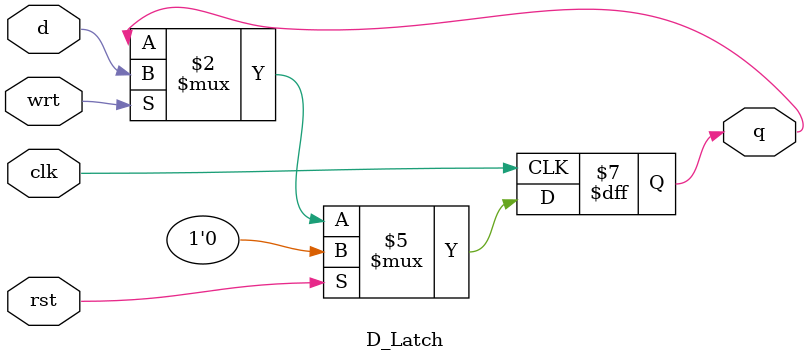
<source format=v>
`timescale 1ns / 1ps


module D_Latch(clk, rst, wrt, d, // inputs
			  q);               // outputs

input  clk, rst, wrt, d;
output q;
reg    q;

always @ (posedge clk)
	if (rst) begin
		q <= 1'b0;
	end
	else if (wrt) begin
		q <= d;
	end

endmodule

</source>
